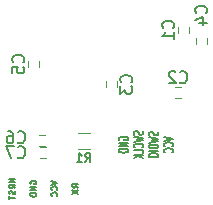
<source format=gbr>
G04 #@! TF.GenerationSoftware,KiCad,Pcbnew,(5.0.0)*
G04 #@! TF.CreationDate,2020-09-19T09:09:07-07:00*
G04 #@! TF.ProjectId,GrenadeConversion3,4772656E616465436F6E76657273696F,rev?*
G04 #@! TF.SameCoordinates,Original*
G04 #@! TF.FileFunction,Legend,Bot*
G04 #@! TF.FilePolarity,Positive*
%FSLAX46Y46*%
G04 Gerber Fmt 4.6, Leading zero omitted, Abs format (unit mm)*
G04 Created by KiCad (PCBNEW (5.0.0)) date 09/19/20 09:09:07*
%MOMM*%
%LPD*%
G01*
G04 APERTURE LIST*
%ADD10C,0.127000*%
%ADD11C,0.120000*%
%ADD12C,0.150000*%
G04 APERTURE END LIST*
D10*
X114183160Y-102051152D02*
X114146874Y-102002771D01*
X114146874Y-101930200D01*
X114183160Y-101857628D01*
X114255731Y-101809247D01*
X114328302Y-101785057D01*
X114473445Y-101760866D01*
X114582302Y-101760866D01*
X114727445Y-101785057D01*
X114800017Y-101809247D01*
X114872588Y-101857628D01*
X114908874Y-101930200D01*
X114908874Y-101978580D01*
X114872588Y-102051152D01*
X114836302Y-102075342D01*
X114582302Y-102075342D01*
X114582302Y-101978580D01*
X114908874Y-102293057D02*
X114146874Y-102293057D01*
X114908874Y-102583342D01*
X114146874Y-102583342D01*
X114908874Y-102825247D02*
X114146874Y-102825247D01*
X114146874Y-102946200D01*
X114183160Y-103018771D01*
X114255731Y-103067152D01*
X114328302Y-103091342D01*
X114473445Y-103115533D01*
X114582302Y-103115533D01*
X114727445Y-103091342D01*
X114800017Y-103067152D01*
X114872588Y-103018771D01*
X114908874Y-102946200D01*
X114908874Y-102825247D01*
X116142588Y-101289152D02*
X116178874Y-101361723D01*
X116178874Y-101482676D01*
X116142588Y-101531057D01*
X116106302Y-101555247D01*
X116033731Y-101579438D01*
X115961160Y-101579438D01*
X115888588Y-101555247D01*
X115852302Y-101531057D01*
X115816017Y-101482676D01*
X115779731Y-101385914D01*
X115743445Y-101337533D01*
X115707160Y-101313342D01*
X115634588Y-101289152D01*
X115562017Y-101289152D01*
X115489445Y-101313342D01*
X115453160Y-101337533D01*
X115416874Y-101385914D01*
X115416874Y-101506866D01*
X115453160Y-101579438D01*
X115416874Y-101748771D02*
X116178874Y-101869723D01*
X115634588Y-101966485D01*
X116178874Y-102063247D01*
X115416874Y-102184200D01*
X116106302Y-102668009D02*
X116142588Y-102643819D01*
X116178874Y-102571247D01*
X116178874Y-102522866D01*
X116142588Y-102450295D01*
X116070017Y-102401914D01*
X115997445Y-102377723D01*
X115852302Y-102353533D01*
X115743445Y-102353533D01*
X115598302Y-102377723D01*
X115525731Y-102401914D01*
X115453160Y-102450295D01*
X115416874Y-102522866D01*
X115416874Y-102571247D01*
X115453160Y-102643819D01*
X115489445Y-102668009D01*
X116178874Y-103127628D02*
X116178874Y-102885723D01*
X115416874Y-102885723D01*
X116178874Y-103296961D02*
X115416874Y-103296961D01*
X116178874Y-103587247D02*
X115743445Y-103369533D01*
X115416874Y-103587247D02*
X115852302Y-103296961D01*
X117412588Y-101361723D02*
X117448874Y-101434295D01*
X117448874Y-101555247D01*
X117412588Y-101603628D01*
X117376302Y-101627819D01*
X117303731Y-101652009D01*
X117231160Y-101652009D01*
X117158588Y-101627819D01*
X117122302Y-101603628D01*
X117086017Y-101555247D01*
X117049731Y-101458485D01*
X117013445Y-101410104D01*
X116977160Y-101385914D01*
X116904588Y-101361723D01*
X116832017Y-101361723D01*
X116759445Y-101385914D01*
X116723160Y-101410104D01*
X116686874Y-101458485D01*
X116686874Y-101579438D01*
X116723160Y-101652009D01*
X116686874Y-101821342D02*
X117448874Y-101942295D01*
X116904588Y-102039057D01*
X117448874Y-102135819D01*
X116686874Y-102256771D01*
X117448874Y-102450295D02*
X116686874Y-102450295D01*
X116686874Y-102571247D01*
X116723160Y-102643819D01*
X116795731Y-102692200D01*
X116868302Y-102716390D01*
X117013445Y-102740580D01*
X117122302Y-102740580D01*
X117267445Y-102716390D01*
X117340017Y-102692200D01*
X117412588Y-102643819D01*
X117448874Y-102571247D01*
X117448874Y-102450295D01*
X117448874Y-102958295D02*
X116686874Y-102958295D01*
X116686874Y-103296961D02*
X116686874Y-103393723D01*
X116723160Y-103442104D01*
X116795731Y-103490485D01*
X116940874Y-103514676D01*
X117194874Y-103514676D01*
X117340017Y-103490485D01*
X117412588Y-103442104D01*
X117448874Y-103393723D01*
X117448874Y-103296961D01*
X117412588Y-103248580D01*
X117340017Y-103200200D01*
X117194874Y-103176009D01*
X116940874Y-103176009D01*
X116795731Y-103200200D01*
X116723160Y-103248580D01*
X116686874Y-103296961D01*
X117956874Y-101760866D02*
X118718874Y-101930200D01*
X117956874Y-102099533D01*
X118646302Y-102559152D02*
X118682588Y-102534961D01*
X118718874Y-102462390D01*
X118718874Y-102414009D01*
X118682588Y-102341438D01*
X118610017Y-102293057D01*
X118537445Y-102268866D01*
X118392302Y-102244676D01*
X118283445Y-102244676D01*
X118138302Y-102268866D01*
X118065731Y-102293057D01*
X117993160Y-102341438D01*
X117956874Y-102414009D01*
X117956874Y-102462390D01*
X117993160Y-102534961D01*
X118029445Y-102559152D01*
X118646302Y-103067152D02*
X118682588Y-103042961D01*
X118718874Y-102970390D01*
X118718874Y-102922009D01*
X118682588Y-102849438D01*
X118610017Y-102801057D01*
X118537445Y-102776866D01*
X118392302Y-102752676D01*
X118283445Y-102752676D01*
X118138302Y-102776866D01*
X118065731Y-102801057D01*
X117993160Y-102849438D01*
X117956874Y-102922009D01*
X117956874Y-102970390D01*
X117993160Y-103042961D01*
X118029445Y-103067152D01*
X105375649Y-105322188D02*
X104867649Y-105322188D01*
X105375649Y-105612474D01*
X104867649Y-105612474D01*
X105375649Y-106144664D02*
X105133744Y-105975331D01*
X105375649Y-105854379D02*
X104867649Y-105854379D01*
X104867649Y-106047902D01*
X104891840Y-106096283D01*
X104916030Y-106120474D01*
X104964411Y-106144664D01*
X105036982Y-106144664D01*
X105085363Y-106120474D01*
X105109554Y-106096283D01*
X105133744Y-106047902D01*
X105133744Y-105854379D01*
X105351459Y-106338188D02*
X105375649Y-106410760D01*
X105375649Y-106531712D01*
X105351459Y-106580093D01*
X105327268Y-106604283D01*
X105278887Y-106628474D01*
X105230506Y-106628474D01*
X105182125Y-106604283D01*
X105157935Y-106580093D01*
X105133744Y-106531712D01*
X105109554Y-106434950D01*
X105085363Y-106386569D01*
X105061173Y-106362379D01*
X105012792Y-106338188D01*
X104964411Y-106338188D01*
X104916030Y-106362379D01*
X104891840Y-106386569D01*
X104867649Y-106434950D01*
X104867649Y-106555902D01*
X104891840Y-106628474D01*
X104867649Y-106773617D02*
X104867649Y-107063902D01*
X105375649Y-106918760D02*
X104867649Y-106918760D01*
X106669840Y-105769712D02*
X106645649Y-105721331D01*
X106645649Y-105648760D01*
X106669840Y-105576188D01*
X106718220Y-105527807D01*
X106766601Y-105503617D01*
X106863363Y-105479426D01*
X106935935Y-105479426D01*
X107032697Y-105503617D01*
X107081078Y-105527807D01*
X107129459Y-105576188D01*
X107153649Y-105648760D01*
X107153649Y-105697140D01*
X107129459Y-105769712D01*
X107105268Y-105793902D01*
X106935935Y-105793902D01*
X106935935Y-105697140D01*
X107153649Y-106011617D02*
X106645649Y-106011617D01*
X107153649Y-106301902D01*
X106645649Y-106301902D01*
X107153649Y-106543807D02*
X106645649Y-106543807D01*
X106645649Y-106664760D01*
X106669840Y-106737331D01*
X106718220Y-106785712D01*
X106766601Y-106809902D01*
X106863363Y-106834093D01*
X106935935Y-106834093D01*
X107032697Y-106809902D01*
X107081078Y-106785712D01*
X107129459Y-106737331D01*
X107153649Y-106664760D01*
X107153649Y-106543807D01*
X108423649Y-105479426D02*
X108931649Y-105648760D01*
X108423649Y-105818093D01*
X108883268Y-106277712D02*
X108907459Y-106253521D01*
X108931649Y-106180950D01*
X108931649Y-106132569D01*
X108907459Y-106059998D01*
X108859078Y-106011617D01*
X108810697Y-105987426D01*
X108713935Y-105963236D01*
X108641363Y-105963236D01*
X108544601Y-105987426D01*
X108496220Y-106011617D01*
X108447840Y-106059998D01*
X108423649Y-106132569D01*
X108423649Y-106180950D01*
X108447840Y-106253521D01*
X108472030Y-106277712D01*
X108883268Y-106785712D02*
X108907459Y-106761521D01*
X108931649Y-106688950D01*
X108931649Y-106640569D01*
X108907459Y-106567998D01*
X108859078Y-106519617D01*
X108810697Y-106495426D01*
X108713935Y-106471236D01*
X108641363Y-106471236D01*
X108544601Y-106495426D01*
X108496220Y-106519617D01*
X108447840Y-106567998D01*
X108423649Y-106640569D01*
X108423649Y-106688950D01*
X108447840Y-106761521D01*
X108472030Y-106785712D01*
X110709649Y-106072093D02*
X110467744Y-105902760D01*
X110709649Y-105781807D02*
X110201649Y-105781807D01*
X110201649Y-105975331D01*
X110225840Y-106023712D01*
X110250030Y-106047902D01*
X110298411Y-106072093D01*
X110370982Y-106072093D01*
X110419363Y-106047902D01*
X110443554Y-106023712D01*
X110467744Y-105975331D01*
X110467744Y-105781807D01*
X110201649Y-106241426D02*
X110709649Y-106580093D01*
X110201649Y-106580093D02*
X110709649Y-106241426D01*
D11*
G04 #@! TO.C,R1*
X110668000Y-102788000D02*
X111668000Y-102788000D01*
X111668000Y-101428000D02*
X110668000Y-101428000D01*
G04 #@! TO.C,C1*
X120104000Y-92460000D02*
X120104000Y-92960000D01*
X119164000Y-92960000D02*
X119164000Y-92460000D01*
G04 #@! TO.C,C2*
X118876000Y-97574000D02*
X119376000Y-97574000D01*
X119376000Y-98514000D02*
X118876000Y-98514000D01*
G04 #@! TO.C,C3*
X113068000Y-97574000D02*
X113068000Y-97074000D01*
X114008000Y-97074000D02*
X114008000Y-97574000D01*
G04 #@! TO.C,C4*
X120688000Y-93934000D02*
X120688000Y-93434000D01*
X121628000Y-93434000D02*
X121628000Y-93934000D01*
G04 #@! TO.C,C5*
X107404000Y-95364400D02*
X107404000Y-95864400D01*
X106464000Y-95864400D02*
X106464000Y-95364400D01*
G04 #@! TO.C,C6*
X107404000Y-101638000D02*
X107904000Y-101638000D01*
X107904000Y-102578000D02*
X107404000Y-102578000D01*
G04 #@! TO.C,C7*
X107946000Y-103594000D02*
X107446000Y-103594000D01*
X107446000Y-102654000D02*
X107946000Y-102654000D01*
G04 #@! TO.C,R1*
D10*
X111295000Y-103902714D02*
X111549000Y-103539857D01*
X111730428Y-103902714D02*
X111730428Y-103140714D01*
X111440142Y-103140714D01*
X111367571Y-103177000D01*
X111331285Y-103213285D01*
X111295000Y-103285857D01*
X111295000Y-103394714D01*
X111331285Y-103467285D01*
X111367571Y-103503571D01*
X111440142Y-103539857D01*
X111730428Y-103539857D01*
X110569285Y-103902714D02*
X111004714Y-103902714D01*
X110787000Y-103902714D02*
X110787000Y-103140714D01*
X110859571Y-103249571D01*
X110932142Y-103322142D01*
X111004714Y-103358428D01*
G04 #@! TO.C,C1*
D12*
X118721142Y-92543333D02*
X118768761Y-92495714D01*
X118816380Y-92352857D01*
X118816380Y-92257619D01*
X118768761Y-92114761D01*
X118673523Y-92019523D01*
X118578285Y-91971904D01*
X118387809Y-91924285D01*
X118244952Y-91924285D01*
X118054476Y-91971904D01*
X117959238Y-92019523D01*
X117864000Y-92114761D01*
X117816380Y-92257619D01*
X117816380Y-92352857D01*
X117864000Y-92495714D01*
X117911619Y-92543333D01*
X118816380Y-93495714D02*
X118816380Y-92924285D01*
X118816380Y-93210000D02*
X117816380Y-93210000D01*
X117959238Y-93114761D01*
X118054476Y-93019523D01*
X118102095Y-92924285D01*
G04 #@! TO.C,C2*
X119292666Y-97131142D02*
X119340285Y-97178761D01*
X119483142Y-97226380D01*
X119578380Y-97226380D01*
X119721238Y-97178761D01*
X119816476Y-97083523D01*
X119864095Y-96988285D01*
X119911714Y-96797809D01*
X119911714Y-96654952D01*
X119864095Y-96464476D01*
X119816476Y-96369238D01*
X119721238Y-96274000D01*
X119578380Y-96226380D01*
X119483142Y-96226380D01*
X119340285Y-96274000D01*
X119292666Y-96321619D01*
X118911714Y-96321619D02*
X118864095Y-96274000D01*
X118768857Y-96226380D01*
X118530761Y-96226380D01*
X118435523Y-96274000D01*
X118387904Y-96321619D01*
X118340285Y-96416857D01*
X118340285Y-96512095D01*
X118387904Y-96654952D01*
X118959333Y-97226380D01*
X118340285Y-97226380D01*
G04 #@! TO.C,C3*
X115165142Y-97157333D02*
X115212761Y-97109714D01*
X115260380Y-96966857D01*
X115260380Y-96871619D01*
X115212761Y-96728761D01*
X115117523Y-96633523D01*
X115022285Y-96585904D01*
X114831809Y-96538285D01*
X114688952Y-96538285D01*
X114498476Y-96585904D01*
X114403238Y-96633523D01*
X114308000Y-96728761D01*
X114260380Y-96871619D01*
X114260380Y-96966857D01*
X114308000Y-97109714D01*
X114355619Y-97157333D01*
X114260380Y-97490666D02*
X114260380Y-98109714D01*
X114641333Y-97776380D01*
X114641333Y-97919238D01*
X114688952Y-98014476D01*
X114736571Y-98062095D01*
X114831809Y-98109714D01*
X115069904Y-98109714D01*
X115165142Y-98062095D01*
X115212761Y-98014476D01*
X115260380Y-97919238D01*
X115260380Y-97633523D01*
X115212761Y-97538285D01*
X115165142Y-97490666D01*
G04 #@! TO.C,C4*
X121515142Y-91273333D02*
X121562761Y-91225714D01*
X121610380Y-91082857D01*
X121610380Y-90987619D01*
X121562761Y-90844761D01*
X121467523Y-90749523D01*
X121372285Y-90701904D01*
X121181809Y-90654285D01*
X121038952Y-90654285D01*
X120848476Y-90701904D01*
X120753238Y-90749523D01*
X120658000Y-90844761D01*
X120610380Y-90987619D01*
X120610380Y-91082857D01*
X120658000Y-91225714D01*
X120705619Y-91273333D01*
X120943714Y-92130476D02*
X121610380Y-92130476D01*
X120562761Y-91892380D02*
X121277047Y-91654285D01*
X121277047Y-92273333D01*
G04 #@! TO.C,C5*
X106021142Y-95447733D02*
X106068761Y-95400114D01*
X106116380Y-95257257D01*
X106116380Y-95162019D01*
X106068761Y-95019161D01*
X105973523Y-94923923D01*
X105878285Y-94876304D01*
X105687809Y-94828685D01*
X105544952Y-94828685D01*
X105354476Y-94876304D01*
X105259238Y-94923923D01*
X105164000Y-95019161D01*
X105116380Y-95162019D01*
X105116380Y-95257257D01*
X105164000Y-95400114D01*
X105211619Y-95447733D01*
X105116380Y-96352495D02*
X105116380Y-95876304D01*
X105592571Y-95828685D01*
X105544952Y-95876304D01*
X105497333Y-95971542D01*
X105497333Y-96209638D01*
X105544952Y-96304876D01*
X105592571Y-96352495D01*
X105687809Y-96400114D01*
X105925904Y-96400114D01*
X106021142Y-96352495D01*
X106068761Y-96304876D01*
X106116380Y-96209638D01*
X106116380Y-95971542D01*
X106068761Y-95876304D01*
X106021142Y-95828685D01*
G04 #@! TO.C,C6*
X105576666Y-102211142D02*
X105624285Y-102258761D01*
X105767142Y-102306380D01*
X105862380Y-102306380D01*
X106005238Y-102258761D01*
X106100476Y-102163523D01*
X106148095Y-102068285D01*
X106195714Y-101877809D01*
X106195714Y-101734952D01*
X106148095Y-101544476D01*
X106100476Y-101449238D01*
X106005238Y-101354000D01*
X105862380Y-101306380D01*
X105767142Y-101306380D01*
X105624285Y-101354000D01*
X105576666Y-101401619D01*
X104719523Y-101306380D02*
X104910000Y-101306380D01*
X105005238Y-101354000D01*
X105052857Y-101401619D01*
X105148095Y-101544476D01*
X105195714Y-101734952D01*
X105195714Y-102115904D01*
X105148095Y-102211142D01*
X105100476Y-102258761D01*
X105005238Y-102306380D01*
X104814761Y-102306380D01*
X104719523Y-102258761D01*
X104671904Y-102211142D01*
X104624285Y-102115904D01*
X104624285Y-101877809D01*
X104671904Y-101782571D01*
X104719523Y-101734952D01*
X104814761Y-101687333D01*
X105005238Y-101687333D01*
X105100476Y-101734952D01*
X105148095Y-101782571D01*
X105195714Y-101877809D01*
G04 #@! TO.C,C7*
X105576666Y-103481142D02*
X105624285Y-103528761D01*
X105767142Y-103576380D01*
X105862380Y-103576380D01*
X106005238Y-103528761D01*
X106100476Y-103433523D01*
X106148095Y-103338285D01*
X106195714Y-103147809D01*
X106195714Y-103004952D01*
X106148095Y-102814476D01*
X106100476Y-102719238D01*
X106005238Y-102624000D01*
X105862380Y-102576380D01*
X105767142Y-102576380D01*
X105624285Y-102624000D01*
X105576666Y-102671619D01*
X105243333Y-102576380D02*
X104576666Y-102576380D01*
X105005238Y-103576380D01*
G04 #@! TD*
M02*

</source>
